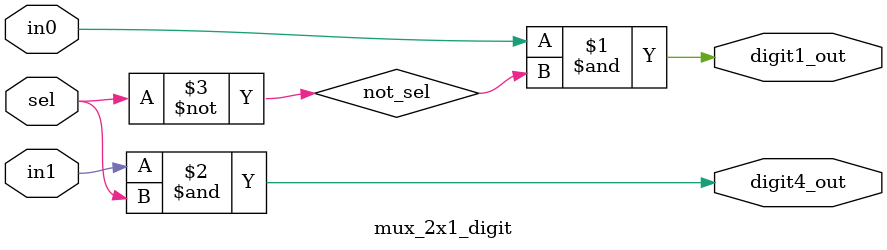
<source format=v>
/*
	Multiplexador responsável por alternar o dígito ativo
	.
	.
	.
*/

module mux_2x1_digit (
  input sel,
  input in0,
  input in1,
  output digit1_out, digit4_out
);

  // Declaração de fios internos para as portas AND e OR
  
  wire not_sel;
  
  not sel_inv (not_sel, sel);

  // Portas AND para selecionar a entrada apropriada
  and #(1) and_gate0 (digit1_out, in0, not_sel);
  and #(1) and_gate1 (digit4_out, in1, sel);

  // Porta OR para combinar as saídas das portas AND

endmodule
</source>
